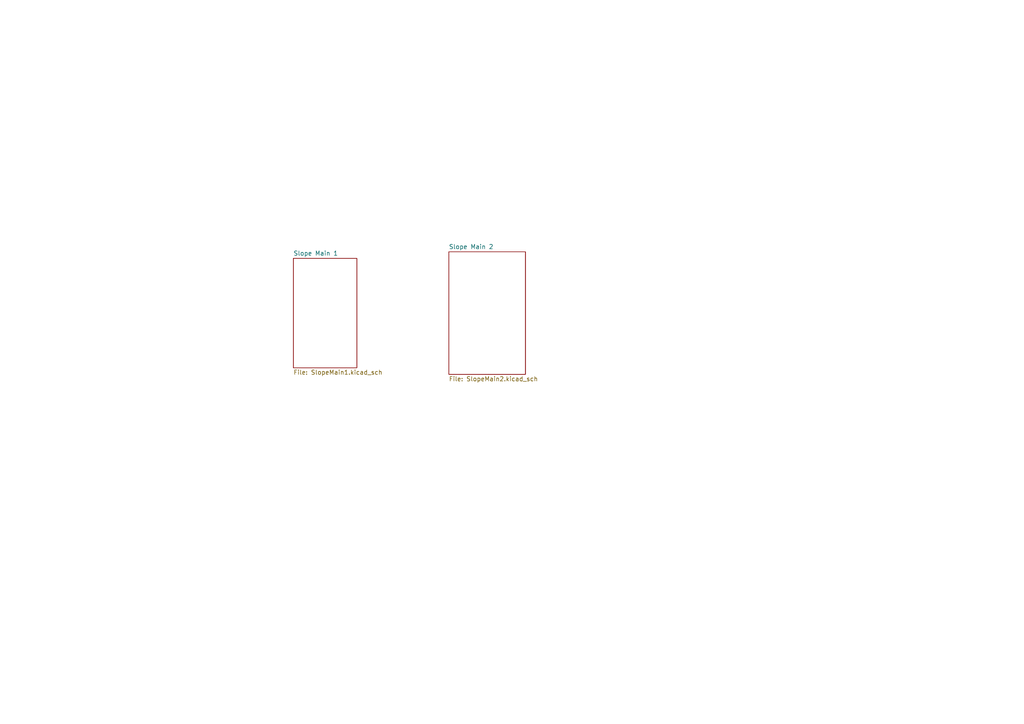
<source format=kicad_sch>
(kicad_sch (version 20230121) (generator eeschema)
  (paper "A4")
  (title_block (title "Kosmo Slopes") (date "2023-03-18"))
  (lib_symbols)
  (sheet (at 130.175 73.025) (size 22.225 35.56) (stroke (width 0.1524))
    (property "Sheetname" "Slope Main 2" (at 130.175 72.3134 0) (effects (justify left bottom)))
    (property "Sheetfile" "SlopeMain2.kicad_sch" (at 130.175 109.1696 0) (effects (justify left top)))
  )
  (sheet (at 85.09 74.93) (size 18.415 31.75) (stroke (width 0.1524))
    (property "Sheetname" "Slope Main 1" (at 85.09 74.2184 0) (effects (justify left bottom)))
    (property "Sheetfile" "SlopeMain1.kicad_sch" (at 85.09 107.2646 0) (effects (justify left top)))
  )
)
</source>
